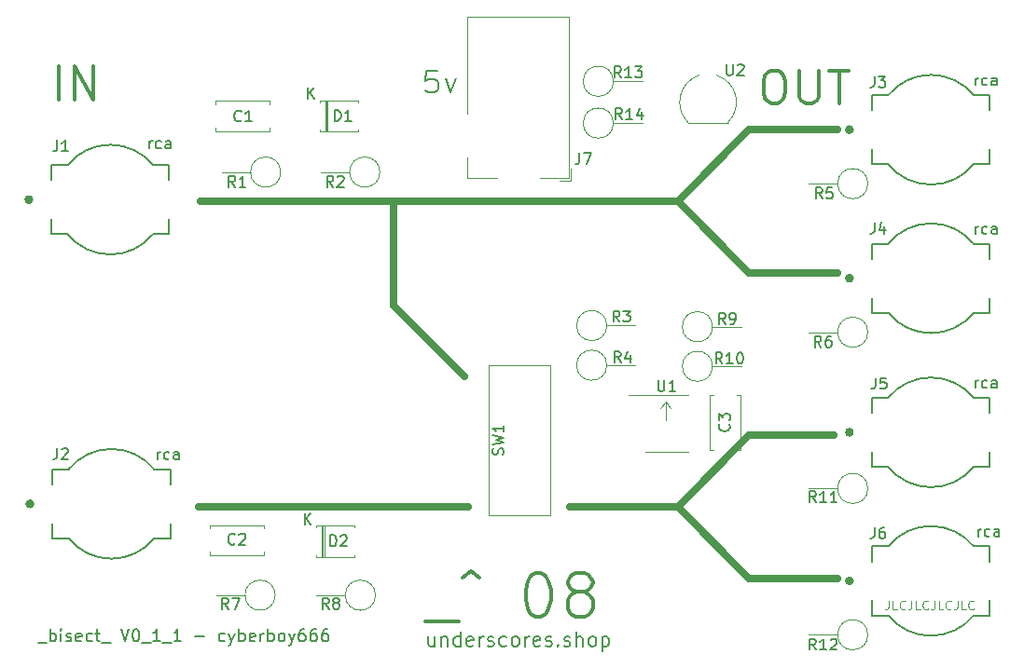
<source format=gbr>
%TF.GenerationSoftware,KiCad,Pcbnew,6.0.7*%
%TF.CreationDate,2023-10-05T16:11:41+13:00*%
%TF.ProjectId,_bisect_,5f626973-6563-4745-9f2e-6b696361645f,rev?*%
%TF.SameCoordinates,Original*%
%TF.FileFunction,Legend,Top*%
%TF.FilePolarity,Positive*%
%FSLAX46Y46*%
G04 Gerber Fmt 4.6, Leading zero omitted, Abs format (unit mm)*
G04 Created by KiCad (PCBNEW 6.0.7) date 2023-10-05 16:11:41*
%MOMM*%
%LPD*%
G01*
G04 APERTURE LIST*
%ADD10C,0.120000*%
%ADD11C,0.700000*%
%ADD12C,0.350000*%
%ADD13C,0.200000*%
%ADD14C,0.150000*%
%ADD15C,0.110000*%
%ADD16C,0.127000*%
%ADD17C,0.400000*%
G04 APERTURE END LIST*
D10*
X158400000Y-81700000D02*
X158900000Y-82300000D01*
X158400000Y-81700000D02*
X157900000Y-82300000D01*
X158400000Y-83400000D02*
X158400000Y-81700000D01*
D11*
X173700000Y-84750000D02*
X166000000Y-84750000D01*
X174000000Y-97750000D02*
X166000000Y-97750000D01*
X159500000Y-91250000D02*
X149750000Y-91250000D01*
X159600000Y-91350000D02*
X166000000Y-97750000D01*
X159600000Y-91150000D02*
X166000000Y-84750000D01*
X174000000Y-70000000D02*
X166000000Y-70000000D01*
X159600000Y-63400000D02*
X166000000Y-57000000D01*
X159600000Y-63600000D02*
X166000000Y-70000000D01*
X159500000Y-63500000D02*
X116200000Y-63500000D01*
X140500000Y-91250000D02*
X116000000Y-91250000D01*
X133750000Y-73000000D02*
X140150000Y-79400000D01*
X133750000Y-63500000D02*
X133750000Y-73000000D01*
X174000000Y-57000000D02*
X166000000Y-57000000D01*
D12*
X136572500Y-101665476D02*
X139620119Y-101665476D01*
X140001071Y-97665476D02*
X140762976Y-97094047D01*
X141524880Y-97665476D01*
X146667738Y-97284523D02*
X147048690Y-97284523D01*
X147429642Y-97475000D01*
X147620119Y-97665476D01*
X147810595Y-98046428D01*
X148001071Y-98808333D01*
X148001071Y-99760714D01*
X147810595Y-100522619D01*
X147620119Y-100903571D01*
X147429642Y-101094047D01*
X147048690Y-101284523D01*
X146667738Y-101284523D01*
X146286785Y-101094047D01*
X146096309Y-100903571D01*
X145905833Y-100522619D01*
X145715357Y-99760714D01*
X145715357Y-98808333D01*
X145905833Y-98046428D01*
X146096309Y-97665476D01*
X146286785Y-97475000D01*
X146667738Y-97284523D01*
X150286785Y-98998809D02*
X149905833Y-98808333D01*
X149715357Y-98617857D01*
X149524880Y-98236904D01*
X149524880Y-98046428D01*
X149715357Y-97665476D01*
X149905833Y-97475000D01*
X150286785Y-97284523D01*
X151048690Y-97284523D01*
X151429642Y-97475000D01*
X151620119Y-97665476D01*
X151810595Y-98046428D01*
X151810595Y-98236904D01*
X151620119Y-98617857D01*
X151429642Y-98808333D01*
X151048690Y-98998809D01*
X150286785Y-98998809D01*
X149905833Y-99189285D01*
X149715357Y-99379761D01*
X149524880Y-99760714D01*
X149524880Y-100522619D01*
X149715357Y-100903571D01*
X149905833Y-101094047D01*
X150286785Y-101284523D01*
X151048690Y-101284523D01*
X151429642Y-101094047D01*
X151620119Y-100903571D01*
X151810595Y-100522619D01*
X151810595Y-99760714D01*
X151620119Y-99379761D01*
X151429642Y-99189285D01*
X151048690Y-98998809D01*
X168000000Y-51607142D02*
X168571428Y-51607142D01*
X168857142Y-51750000D01*
X169142857Y-52035714D01*
X169285714Y-52607142D01*
X169285714Y-53607142D01*
X169142857Y-54178571D01*
X168857142Y-54464285D01*
X168571428Y-54607142D01*
X168000000Y-54607142D01*
X167714285Y-54464285D01*
X167428571Y-54178571D01*
X167285714Y-53607142D01*
X167285714Y-52607142D01*
X167428571Y-52035714D01*
X167714285Y-51750000D01*
X168000000Y-51607142D01*
X170571428Y-51607142D02*
X170571428Y-54035714D01*
X170714285Y-54321428D01*
X170857142Y-54464285D01*
X171142857Y-54607142D01*
X171714285Y-54607142D01*
X172000000Y-54464285D01*
X172142857Y-54321428D01*
X172285714Y-54035714D01*
X172285714Y-51607142D01*
X173285714Y-51607142D02*
X175000000Y-51607142D01*
X174142857Y-54607142D02*
X174142857Y-51607142D01*
D13*
X137664285Y-51629761D02*
X136711904Y-51629761D01*
X136616666Y-52582142D01*
X136711904Y-52486904D01*
X136902380Y-52391666D01*
X137378571Y-52391666D01*
X137569047Y-52486904D01*
X137664285Y-52582142D01*
X137759523Y-52772619D01*
X137759523Y-53248809D01*
X137664285Y-53439285D01*
X137569047Y-53534523D01*
X137378571Y-53629761D01*
X136902380Y-53629761D01*
X136711904Y-53534523D01*
X136616666Y-53439285D01*
X138426190Y-52296428D02*
X138902380Y-53629761D01*
X139378571Y-52296428D01*
D12*
X103328571Y-54257142D02*
X103328571Y-51257142D01*
X104757142Y-54257142D02*
X104757142Y-51257142D01*
X106471428Y-54257142D01*
X106471428Y-51257142D01*
D14*
X101420238Y-103602380D02*
X102258333Y-103602380D01*
X102520238Y-103497619D02*
X102520238Y-102397619D01*
X102520238Y-102816666D02*
X102625000Y-102764285D01*
X102834523Y-102764285D01*
X102939285Y-102816666D01*
X102991666Y-102869047D01*
X103044047Y-102973809D01*
X103044047Y-103288095D01*
X102991666Y-103392857D01*
X102939285Y-103445238D01*
X102834523Y-103497619D01*
X102625000Y-103497619D01*
X102520238Y-103445238D01*
X103515476Y-103497619D02*
X103515476Y-102764285D01*
X103515476Y-102397619D02*
X103463095Y-102450000D01*
X103515476Y-102502380D01*
X103567857Y-102450000D01*
X103515476Y-102397619D01*
X103515476Y-102502380D01*
X103986904Y-103445238D02*
X104091666Y-103497619D01*
X104301190Y-103497619D01*
X104405952Y-103445238D01*
X104458333Y-103340476D01*
X104458333Y-103288095D01*
X104405952Y-103183333D01*
X104301190Y-103130952D01*
X104144047Y-103130952D01*
X104039285Y-103078571D01*
X103986904Y-102973809D01*
X103986904Y-102921428D01*
X104039285Y-102816666D01*
X104144047Y-102764285D01*
X104301190Y-102764285D01*
X104405952Y-102816666D01*
X105348809Y-103445238D02*
X105244047Y-103497619D01*
X105034523Y-103497619D01*
X104929761Y-103445238D01*
X104877380Y-103340476D01*
X104877380Y-102921428D01*
X104929761Y-102816666D01*
X105034523Y-102764285D01*
X105244047Y-102764285D01*
X105348809Y-102816666D01*
X105401190Y-102921428D01*
X105401190Y-103026190D01*
X104877380Y-103130952D01*
X106344047Y-103445238D02*
X106239285Y-103497619D01*
X106029761Y-103497619D01*
X105925000Y-103445238D01*
X105872619Y-103392857D01*
X105820238Y-103288095D01*
X105820238Y-102973809D01*
X105872619Y-102869047D01*
X105925000Y-102816666D01*
X106029761Y-102764285D01*
X106239285Y-102764285D01*
X106344047Y-102816666D01*
X106658333Y-102764285D02*
X107077380Y-102764285D01*
X106815476Y-102397619D02*
X106815476Y-103340476D01*
X106867857Y-103445238D01*
X106972619Y-103497619D01*
X107077380Y-103497619D01*
X107182142Y-103602380D02*
X108020238Y-103602380D01*
X108963095Y-102397619D02*
X109329761Y-103497619D01*
X109696428Y-102397619D01*
X110272619Y-102397619D02*
X110377380Y-102397619D01*
X110482142Y-102450000D01*
X110534523Y-102502380D01*
X110586904Y-102607142D01*
X110639285Y-102816666D01*
X110639285Y-103078571D01*
X110586904Y-103288095D01*
X110534523Y-103392857D01*
X110482142Y-103445238D01*
X110377380Y-103497619D01*
X110272619Y-103497619D01*
X110167857Y-103445238D01*
X110115476Y-103392857D01*
X110063095Y-103288095D01*
X110010714Y-103078571D01*
X110010714Y-102816666D01*
X110063095Y-102607142D01*
X110115476Y-102502380D01*
X110167857Y-102450000D01*
X110272619Y-102397619D01*
X110848809Y-103602380D02*
X111686904Y-103602380D01*
X112525000Y-103497619D02*
X111896428Y-103497619D01*
X112210714Y-103497619D02*
X112210714Y-102397619D01*
X112105952Y-102554761D01*
X112001190Y-102659523D01*
X111896428Y-102711904D01*
X112734523Y-103602380D02*
X113572619Y-103602380D01*
X114410714Y-103497619D02*
X113782142Y-103497619D01*
X114096428Y-103497619D02*
X114096428Y-102397619D01*
X113991666Y-102554761D01*
X113886904Y-102659523D01*
X113782142Y-102711904D01*
X115720238Y-103078571D02*
X116558333Y-103078571D01*
X118391666Y-103445238D02*
X118286904Y-103497619D01*
X118077380Y-103497619D01*
X117972619Y-103445238D01*
X117920238Y-103392857D01*
X117867857Y-103288095D01*
X117867857Y-102973809D01*
X117920238Y-102869047D01*
X117972619Y-102816666D01*
X118077380Y-102764285D01*
X118286904Y-102764285D01*
X118391666Y-102816666D01*
X118758333Y-102764285D02*
X119020238Y-103497619D01*
X119282142Y-102764285D02*
X119020238Y-103497619D01*
X118915476Y-103759523D01*
X118863095Y-103811904D01*
X118758333Y-103864285D01*
X119701190Y-103497619D02*
X119701190Y-102397619D01*
X119701190Y-102816666D02*
X119805952Y-102764285D01*
X120015476Y-102764285D01*
X120120238Y-102816666D01*
X120172619Y-102869047D01*
X120225000Y-102973809D01*
X120225000Y-103288095D01*
X120172619Y-103392857D01*
X120120238Y-103445238D01*
X120015476Y-103497619D01*
X119805952Y-103497619D01*
X119701190Y-103445238D01*
X121115476Y-103445238D02*
X121010714Y-103497619D01*
X120801190Y-103497619D01*
X120696428Y-103445238D01*
X120644047Y-103340476D01*
X120644047Y-102921428D01*
X120696428Y-102816666D01*
X120801190Y-102764285D01*
X121010714Y-102764285D01*
X121115476Y-102816666D01*
X121167857Y-102921428D01*
X121167857Y-103026190D01*
X120644047Y-103130952D01*
X121639285Y-103497619D02*
X121639285Y-102764285D01*
X121639285Y-102973809D02*
X121691666Y-102869047D01*
X121744047Y-102816666D01*
X121848809Y-102764285D01*
X121953571Y-102764285D01*
X122320238Y-103497619D02*
X122320238Y-102397619D01*
X122320238Y-102816666D02*
X122425000Y-102764285D01*
X122634523Y-102764285D01*
X122739285Y-102816666D01*
X122791666Y-102869047D01*
X122844047Y-102973809D01*
X122844047Y-103288095D01*
X122791666Y-103392857D01*
X122739285Y-103445238D01*
X122634523Y-103497619D01*
X122425000Y-103497619D01*
X122320238Y-103445238D01*
X123472619Y-103497619D02*
X123367857Y-103445238D01*
X123315476Y-103392857D01*
X123263095Y-103288095D01*
X123263095Y-102973809D01*
X123315476Y-102869047D01*
X123367857Y-102816666D01*
X123472619Y-102764285D01*
X123629761Y-102764285D01*
X123734523Y-102816666D01*
X123786904Y-102869047D01*
X123839285Y-102973809D01*
X123839285Y-103288095D01*
X123786904Y-103392857D01*
X123734523Y-103445238D01*
X123629761Y-103497619D01*
X123472619Y-103497619D01*
X124205952Y-102764285D02*
X124467857Y-103497619D01*
X124729761Y-102764285D02*
X124467857Y-103497619D01*
X124363095Y-103759523D01*
X124310714Y-103811904D01*
X124205952Y-103864285D01*
X125620238Y-102397619D02*
X125410714Y-102397619D01*
X125305952Y-102450000D01*
X125253571Y-102502380D01*
X125148809Y-102659523D01*
X125096428Y-102869047D01*
X125096428Y-103288095D01*
X125148809Y-103392857D01*
X125201190Y-103445238D01*
X125305952Y-103497619D01*
X125515476Y-103497619D01*
X125620238Y-103445238D01*
X125672619Y-103392857D01*
X125725000Y-103288095D01*
X125725000Y-103026190D01*
X125672619Y-102921428D01*
X125620238Y-102869047D01*
X125515476Y-102816666D01*
X125305952Y-102816666D01*
X125201190Y-102869047D01*
X125148809Y-102921428D01*
X125096428Y-103026190D01*
X126667857Y-102397619D02*
X126458333Y-102397619D01*
X126353571Y-102450000D01*
X126301190Y-102502380D01*
X126196428Y-102659523D01*
X126144047Y-102869047D01*
X126144047Y-103288095D01*
X126196428Y-103392857D01*
X126248809Y-103445238D01*
X126353571Y-103497619D01*
X126563095Y-103497619D01*
X126667857Y-103445238D01*
X126720238Y-103392857D01*
X126772619Y-103288095D01*
X126772619Y-103026190D01*
X126720238Y-102921428D01*
X126667857Y-102869047D01*
X126563095Y-102816666D01*
X126353571Y-102816666D01*
X126248809Y-102869047D01*
X126196428Y-102921428D01*
X126144047Y-103026190D01*
X127715476Y-102397619D02*
X127505952Y-102397619D01*
X127401190Y-102450000D01*
X127348809Y-102502380D01*
X127244047Y-102659523D01*
X127191666Y-102869047D01*
X127191666Y-103288095D01*
X127244047Y-103392857D01*
X127296428Y-103445238D01*
X127401190Y-103497619D01*
X127610714Y-103497619D01*
X127715476Y-103445238D01*
X127767857Y-103392857D01*
X127820238Y-103288095D01*
X127820238Y-103026190D01*
X127767857Y-102921428D01*
X127715476Y-102869047D01*
X127610714Y-102816666D01*
X127401190Y-102816666D01*
X127296428Y-102869047D01*
X127244047Y-102921428D01*
X127191666Y-103026190D01*
D13*
X137435714Y-103071428D02*
X137435714Y-103938095D01*
X136878571Y-103071428D02*
X136878571Y-103752380D01*
X136940476Y-103876190D01*
X137064285Y-103938095D01*
X137250000Y-103938095D01*
X137373809Y-103876190D01*
X137435714Y-103814285D01*
X138054761Y-103071428D02*
X138054761Y-103938095D01*
X138054761Y-103195238D02*
X138116666Y-103133333D01*
X138240476Y-103071428D01*
X138426190Y-103071428D01*
X138550000Y-103133333D01*
X138611904Y-103257142D01*
X138611904Y-103938095D01*
X139788095Y-103938095D02*
X139788095Y-102638095D01*
X139788095Y-103876190D02*
X139664285Y-103938095D01*
X139416666Y-103938095D01*
X139292857Y-103876190D01*
X139230952Y-103814285D01*
X139169047Y-103690476D01*
X139169047Y-103319047D01*
X139230952Y-103195238D01*
X139292857Y-103133333D01*
X139416666Y-103071428D01*
X139664285Y-103071428D01*
X139788095Y-103133333D01*
X140902380Y-103876190D02*
X140778571Y-103938095D01*
X140530952Y-103938095D01*
X140407142Y-103876190D01*
X140345238Y-103752380D01*
X140345238Y-103257142D01*
X140407142Y-103133333D01*
X140530952Y-103071428D01*
X140778571Y-103071428D01*
X140902380Y-103133333D01*
X140964285Y-103257142D01*
X140964285Y-103380952D01*
X140345238Y-103504761D01*
X141521428Y-103938095D02*
X141521428Y-103071428D01*
X141521428Y-103319047D02*
X141583333Y-103195238D01*
X141645238Y-103133333D01*
X141769047Y-103071428D01*
X141892857Y-103071428D01*
X142264285Y-103876190D02*
X142388095Y-103938095D01*
X142635714Y-103938095D01*
X142759523Y-103876190D01*
X142821428Y-103752380D01*
X142821428Y-103690476D01*
X142759523Y-103566666D01*
X142635714Y-103504761D01*
X142450000Y-103504761D01*
X142326190Y-103442857D01*
X142264285Y-103319047D01*
X142264285Y-103257142D01*
X142326190Y-103133333D01*
X142450000Y-103071428D01*
X142635714Y-103071428D01*
X142759523Y-103133333D01*
X143935714Y-103876190D02*
X143811904Y-103938095D01*
X143564285Y-103938095D01*
X143440476Y-103876190D01*
X143378571Y-103814285D01*
X143316666Y-103690476D01*
X143316666Y-103319047D01*
X143378571Y-103195238D01*
X143440476Y-103133333D01*
X143564285Y-103071428D01*
X143811904Y-103071428D01*
X143935714Y-103133333D01*
X144678571Y-103938095D02*
X144554761Y-103876190D01*
X144492857Y-103814285D01*
X144430952Y-103690476D01*
X144430952Y-103319047D01*
X144492857Y-103195238D01*
X144554761Y-103133333D01*
X144678571Y-103071428D01*
X144864285Y-103071428D01*
X144988095Y-103133333D01*
X145050000Y-103195238D01*
X145111904Y-103319047D01*
X145111904Y-103690476D01*
X145050000Y-103814285D01*
X144988095Y-103876190D01*
X144864285Y-103938095D01*
X144678571Y-103938095D01*
X145669047Y-103938095D02*
X145669047Y-103071428D01*
X145669047Y-103319047D02*
X145730952Y-103195238D01*
X145792857Y-103133333D01*
X145916666Y-103071428D01*
X146040476Y-103071428D01*
X146969047Y-103876190D02*
X146845238Y-103938095D01*
X146597619Y-103938095D01*
X146473809Y-103876190D01*
X146411904Y-103752380D01*
X146411904Y-103257142D01*
X146473809Y-103133333D01*
X146597619Y-103071428D01*
X146845238Y-103071428D01*
X146969047Y-103133333D01*
X147030952Y-103257142D01*
X147030952Y-103380952D01*
X146411904Y-103504761D01*
X147526190Y-103876190D02*
X147650000Y-103938095D01*
X147897619Y-103938095D01*
X148021428Y-103876190D01*
X148083333Y-103752380D01*
X148083333Y-103690476D01*
X148021428Y-103566666D01*
X147897619Y-103504761D01*
X147711904Y-103504761D01*
X147588095Y-103442857D01*
X147526190Y-103319047D01*
X147526190Y-103257142D01*
X147588095Y-103133333D01*
X147711904Y-103071428D01*
X147897619Y-103071428D01*
X148021428Y-103133333D01*
X148640476Y-103814285D02*
X148702380Y-103876190D01*
X148640476Y-103938095D01*
X148578571Y-103876190D01*
X148640476Y-103814285D01*
X148640476Y-103938095D01*
X149197619Y-103876190D02*
X149321428Y-103938095D01*
X149569047Y-103938095D01*
X149692857Y-103876190D01*
X149754761Y-103752380D01*
X149754761Y-103690476D01*
X149692857Y-103566666D01*
X149569047Y-103504761D01*
X149383333Y-103504761D01*
X149259523Y-103442857D01*
X149197619Y-103319047D01*
X149197619Y-103257142D01*
X149259523Y-103133333D01*
X149383333Y-103071428D01*
X149569047Y-103071428D01*
X149692857Y-103133333D01*
X150311904Y-103938095D02*
X150311904Y-102638095D01*
X150869047Y-103938095D02*
X150869047Y-103257142D01*
X150807142Y-103133333D01*
X150683333Y-103071428D01*
X150497619Y-103071428D01*
X150373809Y-103133333D01*
X150311904Y-103195238D01*
X151673809Y-103938095D02*
X151550000Y-103876190D01*
X151488095Y-103814285D01*
X151426190Y-103690476D01*
X151426190Y-103319047D01*
X151488095Y-103195238D01*
X151550000Y-103133333D01*
X151673809Y-103071428D01*
X151859523Y-103071428D01*
X151983333Y-103133333D01*
X152045238Y-103195238D01*
X152107142Y-103319047D01*
X152107142Y-103690476D01*
X152045238Y-103814285D01*
X151983333Y-103876190D01*
X151859523Y-103938095D01*
X151673809Y-103938095D01*
X152664285Y-103071428D02*
X152664285Y-104371428D01*
X152664285Y-103133333D02*
X152788095Y-103071428D01*
X153035714Y-103071428D01*
X153159523Y-103133333D01*
X153221428Y-103195238D01*
X153283333Y-103319047D01*
X153283333Y-103690476D01*
X153221428Y-103814285D01*
X153159523Y-103876190D01*
X153035714Y-103938095D01*
X152788095Y-103938095D01*
X152664285Y-103876190D01*
D15*
X178658571Y-99781428D02*
X178658571Y-100360000D01*
X178620000Y-100475714D01*
X178542857Y-100552857D01*
X178427142Y-100591428D01*
X178350000Y-100591428D01*
X179430000Y-100591428D02*
X179044285Y-100591428D01*
X179044285Y-99781428D01*
X180162857Y-100514285D02*
X180124285Y-100552857D01*
X180008571Y-100591428D01*
X179931428Y-100591428D01*
X179815714Y-100552857D01*
X179738571Y-100475714D01*
X179700000Y-100398571D01*
X179661428Y-100244285D01*
X179661428Y-100128571D01*
X179700000Y-99974285D01*
X179738571Y-99897142D01*
X179815714Y-99820000D01*
X179931428Y-99781428D01*
X180008571Y-99781428D01*
X180124285Y-99820000D01*
X180162857Y-99858571D01*
X180741428Y-99781428D02*
X180741428Y-100360000D01*
X180702857Y-100475714D01*
X180625714Y-100552857D01*
X180510000Y-100591428D01*
X180432857Y-100591428D01*
X181512857Y-100591428D02*
X181127142Y-100591428D01*
X181127142Y-99781428D01*
X182245714Y-100514285D02*
X182207142Y-100552857D01*
X182091428Y-100591428D01*
X182014285Y-100591428D01*
X181898571Y-100552857D01*
X181821428Y-100475714D01*
X181782857Y-100398571D01*
X181744285Y-100244285D01*
X181744285Y-100128571D01*
X181782857Y-99974285D01*
X181821428Y-99897142D01*
X181898571Y-99820000D01*
X182014285Y-99781428D01*
X182091428Y-99781428D01*
X182207142Y-99820000D01*
X182245714Y-99858571D01*
X182824285Y-99781428D02*
X182824285Y-100360000D01*
X182785714Y-100475714D01*
X182708571Y-100552857D01*
X182592857Y-100591428D01*
X182515714Y-100591428D01*
X183595714Y-100591428D02*
X183210000Y-100591428D01*
X183210000Y-99781428D01*
X184328571Y-100514285D02*
X184290000Y-100552857D01*
X184174285Y-100591428D01*
X184097142Y-100591428D01*
X183981428Y-100552857D01*
X183904285Y-100475714D01*
X183865714Y-100398571D01*
X183827142Y-100244285D01*
X183827142Y-100128571D01*
X183865714Y-99974285D01*
X183904285Y-99897142D01*
X183981428Y-99820000D01*
X184097142Y-99781428D01*
X184174285Y-99781428D01*
X184290000Y-99820000D01*
X184328571Y-99858571D01*
X184907142Y-99781428D02*
X184907142Y-100360000D01*
X184868571Y-100475714D01*
X184791428Y-100552857D01*
X184675714Y-100591428D01*
X184598571Y-100591428D01*
X185678571Y-100591428D02*
X185292857Y-100591428D01*
X185292857Y-99781428D01*
X186411428Y-100514285D02*
X186372857Y-100552857D01*
X186257142Y-100591428D01*
X186180000Y-100591428D01*
X186064285Y-100552857D01*
X185987142Y-100475714D01*
X185948571Y-100398571D01*
X185910000Y-100244285D01*
X185910000Y-100128571D01*
X185948571Y-99974285D01*
X185987142Y-99897142D01*
X186064285Y-99820000D01*
X186180000Y-99781428D01*
X186257142Y-99781428D01*
X186372857Y-99820000D01*
X186411428Y-99858571D01*
D14*
%TO.C,C1*%
X119883333Y-56157142D02*
X119835714Y-56204761D01*
X119692857Y-56252380D01*
X119597619Y-56252380D01*
X119454761Y-56204761D01*
X119359523Y-56109523D01*
X119311904Y-56014285D01*
X119264285Y-55823809D01*
X119264285Y-55680952D01*
X119311904Y-55490476D01*
X119359523Y-55395238D01*
X119454761Y-55300000D01*
X119597619Y-55252380D01*
X119692857Y-55252380D01*
X119835714Y-55300000D01*
X119883333Y-55347619D01*
X120835714Y-56252380D02*
X120264285Y-56252380D01*
X120550000Y-56252380D02*
X120550000Y-55252380D01*
X120454761Y-55395238D01*
X120359523Y-55490476D01*
X120264285Y-55538095D01*
%TO.C,C2*%
X119308333Y-94607142D02*
X119260714Y-94654761D01*
X119117857Y-94702380D01*
X119022619Y-94702380D01*
X118879761Y-94654761D01*
X118784523Y-94559523D01*
X118736904Y-94464285D01*
X118689285Y-94273809D01*
X118689285Y-94130952D01*
X118736904Y-93940476D01*
X118784523Y-93845238D01*
X118879761Y-93750000D01*
X119022619Y-93702380D01*
X119117857Y-93702380D01*
X119260714Y-93750000D01*
X119308333Y-93797619D01*
X119689285Y-93797619D02*
X119736904Y-93750000D01*
X119832142Y-93702380D01*
X120070238Y-93702380D01*
X120165476Y-93750000D01*
X120213095Y-93797619D01*
X120260714Y-93892857D01*
X120260714Y-93988095D01*
X120213095Y-94130952D01*
X119641666Y-94702380D01*
X120260714Y-94702380D01*
%TO.C,D1*%
X128361904Y-56202380D02*
X128361904Y-55202380D01*
X128600000Y-55202380D01*
X128742857Y-55250000D01*
X128838095Y-55345238D01*
X128885714Y-55440476D01*
X128933333Y-55630952D01*
X128933333Y-55773809D01*
X128885714Y-55964285D01*
X128838095Y-56059523D01*
X128742857Y-56154761D01*
X128600000Y-56202380D01*
X128361904Y-56202380D01*
X129885714Y-56202380D02*
X129314285Y-56202380D01*
X129600000Y-56202380D02*
X129600000Y-55202380D01*
X129504761Y-55345238D01*
X129409523Y-55440476D01*
X129314285Y-55488095D01*
X125938095Y-54202380D02*
X125938095Y-53202380D01*
X126509523Y-54202380D02*
X126080952Y-53630952D01*
X126509523Y-53202380D02*
X125938095Y-53773809D01*
%TO.C,D2*%
X127961904Y-94852380D02*
X127961904Y-93852380D01*
X128200000Y-93852380D01*
X128342857Y-93900000D01*
X128438095Y-93995238D01*
X128485714Y-94090476D01*
X128533333Y-94280952D01*
X128533333Y-94423809D01*
X128485714Y-94614285D01*
X128438095Y-94709523D01*
X128342857Y-94804761D01*
X128200000Y-94852380D01*
X127961904Y-94852380D01*
X128914285Y-93947619D02*
X128961904Y-93900000D01*
X129057142Y-93852380D01*
X129295238Y-93852380D01*
X129390476Y-93900000D01*
X129438095Y-93947619D01*
X129485714Y-94042857D01*
X129485714Y-94138095D01*
X129438095Y-94280952D01*
X128866666Y-94852380D01*
X129485714Y-94852380D01*
X125638095Y-92852380D02*
X125638095Y-91852380D01*
X126209523Y-92852380D02*
X125780952Y-92280952D01*
X126209523Y-91852380D02*
X125638095Y-92423809D01*
%TO.C,J2*%
X103166190Y-85951597D02*
X103166190Y-86666905D01*
X103118502Y-86809966D01*
X103023128Y-86905340D01*
X102880067Y-86953027D01*
X102784692Y-86953027D01*
X103595374Y-86046972D02*
X103643061Y-85999285D01*
X103738435Y-85951597D01*
X103976871Y-85951597D01*
X104072245Y-85999285D01*
X104119932Y-86046972D01*
X104167620Y-86142346D01*
X104167620Y-86237720D01*
X104119932Y-86380782D01*
X103547687Y-86953027D01*
X104167620Y-86953027D01*
X112296628Y-86952851D02*
X112296628Y-86285491D01*
X112296628Y-86476165D02*
X112344297Y-86380828D01*
X112391965Y-86333160D01*
X112487302Y-86285491D01*
X112582640Y-86285491D01*
X113345337Y-86905182D02*
X113250000Y-86952851D01*
X113059325Y-86952851D01*
X112963988Y-86905182D01*
X112916320Y-86857514D01*
X112868651Y-86762177D01*
X112868651Y-86476165D01*
X112916320Y-86380828D01*
X112963988Y-86333160D01*
X113059325Y-86285491D01*
X113250000Y-86285491D01*
X113345337Y-86333160D01*
X114203371Y-86952851D02*
X114203371Y-86428497D01*
X114155702Y-86333160D01*
X114060365Y-86285491D01*
X113869691Y-86285491D01*
X113774354Y-86333160D01*
X114203371Y-86905182D02*
X114108034Y-86952851D01*
X113869691Y-86952851D01*
X113774354Y-86905182D01*
X113726685Y-86809845D01*
X113726685Y-86714508D01*
X113774354Y-86619171D01*
X113869691Y-86571502D01*
X114108034Y-86571502D01*
X114203371Y-86523834D01*
%TO.C,J3*%
X177366190Y-52151597D02*
X177366190Y-52866905D01*
X177318502Y-53009966D01*
X177223128Y-53105340D01*
X177080067Y-53153027D01*
X176984692Y-53153027D01*
X177747687Y-52151597D02*
X178367620Y-52151597D01*
X178033810Y-52533095D01*
X178176871Y-52533095D01*
X178272245Y-52580782D01*
X178319932Y-52628469D01*
X178367620Y-52723843D01*
X178367620Y-52962279D01*
X178319932Y-53057653D01*
X178272245Y-53105340D01*
X178176871Y-53153027D01*
X177890748Y-53153027D01*
X177795374Y-53105340D01*
X177747687Y-53057653D01*
X186546628Y-52952851D02*
X186546628Y-52285491D01*
X186546628Y-52476165D02*
X186594297Y-52380828D01*
X186641965Y-52333160D01*
X186737302Y-52285491D01*
X186832640Y-52285491D01*
X187595337Y-52905182D02*
X187500000Y-52952851D01*
X187309325Y-52952851D01*
X187213988Y-52905182D01*
X187166320Y-52857514D01*
X187118651Y-52762177D01*
X187118651Y-52476165D01*
X187166320Y-52380828D01*
X187213988Y-52333160D01*
X187309325Y-52285491D01*
X187500000Y-52285491D01*
X187595337Y-52333160D01*
X188453371Y-52952851D02*
X188453371Y-52428497D01*
X188405702Y-52333160D01*
X188310365Y-52285491D01*
X188119691Y-52285491D01*
X188024354Y-52333160D01*
X188453371Y-52905182D02*
X188358034Y-52952851D01*
X188119691Y-52952851D01*
X188024354Y-52905182D01*
X187976685Y-52809845D01*
X187976685Y-52714508D01*
X188024354Y-52619171D01*
X188119691Y-52571502D01*
X188358034Y-52571502D01*
X188453371Y-52523834D01*
%TO.C,J4*%
X177366190Y-65451597D02*
X177366190Y-66166905D01*
X177318502Y-66309966D01*
X177223128Y-66405340D01*
X177080067Y-66453027D01*
X176984692Y-66453027D01*
X178272245Y-65785407D02*
X178272245Y-66453027D01*
X178033810Y-65403910D02*
X177795374Y-66119217D01*
X178415307Y-66119217D01*
X186546628Y-66452851D02*
X186546628Y-65785491D01*
X186546628Y-65976165D02*
X186594297Y-65880828D01*
X186641965Y-65833160D01*
X186737302Y-65785491D01*
X186832640Y-65785491D01*
X187595337Y-66405182D02*
X187500000Y-66452851D01*
X187309325Y-66452851D01*
X187213988Y-66405182D01*
X187166320Y-66357514D01*
X187118651Y-66262177D01*
X187118651Y-65976165D01*
X187166320Y-65880828D01*
X187213988Y-65833160D01*
X187309325Y-65785491D01*
X187500000Y-65785491D01*
X187595337Y-65833160D01*
X188453371Y-66452851D02*
X188453371Y-65928497D01*
X188405702Y-65833160D01*
X188310365Y-65785491D01*
X188119691Y-65785491D01*
X188024354Y-65833160D01*
X188453371Y-66405182D02*
X188358034Y-66452851D01*
X188119691Y-66452851D01*
X188024354Y-66405182D01*
X187976685Y-66309845D01*
X187976685Y-66214508D01*
X188024354Y-66119171D01*
X188119691Y-66071502D01*
X188358034Y-66071502D01*
X188453371Y-66023834D01*
%TO.C,J6*%
X177366190Y-93151597D02*
X177366190Y-93866905D01*
X177318502Y-94009966D01*
X177223128Y-94105340D01*
X177080067Y-94153027D01*
X176984692Y-94153027D01*
X178272245Y-93151597D02*
X178081497Y-93151597D01*
X177986122Y-93199285D01*
X177938435Y-93246972D01*
X177843061Y-93390033D01*
X177795374Y-93580782D01*
X177795374Y-93962279D01*
X177843061Y-94057653D01*
X177890748Y-94105340D01*
X177986122Y-94153027D01*
X178176871Y-94153027D01*
X178272245Y-94105340D01*
X178319932Y-94057653D01*
X178367620Y-93962279D01*
X178367620Y-93723843D01*
X178319932Y-93628469D01*
X178272245Y-93580782D01*
X178176871Y-93533095D01*
X177986122Y-93533095D01*
X177890748Y-93580782D01*
X177843061Y-93628469D01*
X177795374Y-93723843D01*
X186796628Y-93952851D02*
X186796628Y-93285491D01*
X186796628Y-93476165D02*
X186844297Y-93380828D01*
X186891965Y-93333160D01*
X186987302Y-93285491D01*
X187082640Y-93285491D01*
X187845337Y-93905182D02*
X187750000Y-93952851D01*
X187559325Y-93952851D01*
X187463988Y-93905182D01*
X187416320Y-93857514D01*
X187368651Y-93762177D01*
X187368651Y-93476165D01*
X187416320Y-93380828D01*
X187463988Y-93333160D01*
X187559325Y-93285491D01*
X187750000Y-93285491D01*
X187845337Y-93333160D01*
X188703371Y-93952851D02*
X188703371Y-93428497D01*
X188655702Y-93333160D01*
X188560365Y-93285491D01*
X188369691Y-93285491D01*
X188274354Y-93333160D01*
X188703371Y-93905182D02*
X188608034Y-93952851D01*
X188369691Y-93952851D01*
X188274354Y-93905182D01*
X188226685Y-93809845D01*
X188226685Y-93714508D01*
X188274354Y-93619171D01*
X188369691Y-93571502D01*
X188608034Y-93571502D01*
X188703371Y-93523834D01*
%TO.C,J7*%
X150591666Y-59127380D02*
X150591666Y-59841666D01*
X150544047Y-59984523D01*
X150448809Y-60079761D01*
X150305952Y-60127380D01*
X150210714Y-60127380D01*
X150972619Y-59127380D02*
X151639285Y-59127380D01*
X151210714Y-60127380D01*
%TO.C,R1*%
X119333333Y-62202380D02*
X119000000Y-61726190D01*
X118761904Y-62202380D02*
X118761904Y-61202380D01*
X119142857Y-61202380D01*
X119238095Y-61250000D01*
X119285714Y-61297619D01*
X119333333Y-61392857D01*
X119333333Y-61535714D01*
X119285714Y-61630952D01*
X119238095Y-61678571D01*
X119142857Y-61726190D01*
X118761904Y-61726190D01*
X120285714Y-62202380D02*
X119714285Y-62202380D01*
X120000000Y-62202380D02*
X120000000Y-61202380D01*
X119904761Y-61345238D01*
X119809523Y-61440476D01*
X119714285Y-61488095D01*
%TO.C,R2*%
X128233333Y-62202380D02*
X127900000Y-61726190D01*
X127661904Y-62202380D02*
X127661904Y-61202380D01*
X128042857Y-61202380D01*
X128138095Y-61250000D01*
X128185714Y-61297619D01*
X128233333Y-61392857D01*
X128233333Y-61535714D01*
X128185714Y-61630952D01*
X128138095Y-61678571D01*
X128042857Y-61726190D01*
X127661904Y-61726190D01*
X128614285Y-61297619D02*
X128661904Y-61250000D01*
X128757142Y-61202380D01*
X128995238Y-61202380D01*
X129090476Y-61250000D01*
X129138095Y-61297619D01*
X129185714Y-61392857D01*
X129185714Y-61488095D01*
X129138095Y-61630952D01*
X128566666Y-62202380D01*
X129185714Y-62202380D01*
%TO.C,R3*%
X154233333Y-74452380D02*
X153900000Y-73976190D01*
X153661904Y-74452380D02*
X153661904Y-73452380D01*
X154042857Y-73452380D01*
X154138095Y-73500000D01*
X154185714Y-73547619D01*
X154233333Y-73642857D01*
X154233333Y-73785714D01*
X154185714Y-73880952D01*
X154138095Y-73928571D01*
X154042857Y-73976190D01*
X153661904Y-73976190D01*
X154566666Y-73452380D02*
X155185714Y-73452380D01*
X154852380Y-73833333D01*
X154995238Y-73833333D01*
X155090476Y-73880952D01*
X155138095Y-73928571D01*
X155185714Y-74023809D01*
X155185714Y-74261904D01*
X155138095Y-74357142D01*
X155090476Y-74404761D01*
X154995238Y-74452380D01*
X154709523Y-74452380D01*
X154614285Y-74404761D01*
X154566666Y-74357142D01*
%TO.C,R4*%
X154333333Y-78152380D02*
X154000000Y-77676190D01*
X153761904Y-78152380D02*
X153761904Y-77152380D01*
X154142857Y-77152380D01*
X154238095Y-77200000D01*
X154285714Y-77247619D01*
X154333333Y-77342857D01*
X154333333Y-77485714D01*
X154285714Y-77580952D01*
X154238095Y-77628571D01*
X154142857Y-77676190D01*
X153761904Y-77676190D01*
X155190476Y-77485714D02*
X155190476Y-78152380D01*
X154952380Y-77104761D02*
X154714285Y-77819047D01*
X155333333Y-77819047D01*
%TO.C,R5*%
X172633333Y-63252380D02*
X172300000Y-62776190D01*
X172061904Y-63252380D02*
X172061904Y-62252380D01*
X172442857Y-62252380D01*
X172538095Y-62300000D01*
X172585714Y-62347619D01*
X172633333Y-62442857D01*
X172633333Y-62585714D01*
X172585714Y-62680952D01*
X172538095Y-62728571D01*
X172442857Y-62776190D01*
X172061904Y-62776190D01*
X173538095Y-62252380D02*
X173061904Y-62252380D01*
X173014285Y-62728571D01*
X173061904Y-62680952D01*
X173157142Y-62633333D01*
X173395238Y-62633333D01*
X173490476Y-62680952D01*
X173538095Y-62728571D01*
X173585714Y-62823809D01*
X173585714Y-63061904D01*
X173538095Y-63157142D01*
X173490476Y-63204761D01*
X173395238Y-63252380D01*
X173157142Y-63252380D01*
X173061904Y-63204761D01*
X173014285Y-63157142D01*
%TO.C,R6*%
X172533333Y-76752380D02*
X172200000Y-76276190D01*
X171961904Y-76752380D02*
X171961904Y-75752380D01*
X172342857Y-75752380D01*
X172438095Y-75800000D01*
X172485714Y-75847619D01*
X172533333Y-75942857D01*
X172533333Y-76085714D01*
X172485714Y-76180952D01*
X172438095Y-76228571D01*
X172342857Y-76276190D01*
X171961904Y-76276190D01*
X173390476Y-75752380D02*
X173200000Y-75752380D01*
X173104761Y-75800000D01*
X173057142Y-75847619D01*
X172961904Y-75990476D01*
X172914285Y-76180952D01*
X172914285Y-76561904D01*
X172961904Y-76657142D01*
X173009523Y-76704761D01*
X173104761Y-76752380D01*
X173295238Y-76752380D01*
X173390476Y-76704761D01*
X173438095Y-76657142D01*
X173485714Y-76561904D01*
X173485714Y-76323809D01*
X173438095Y-76228571D01*
X173390476Y-76180952D01*
X173295238Y-76133333D01*
X173104761Y-76133333D01*
X173009523Y-76180952D01*
X172961904Y-76228571D01*
X172914285Y-76323809D01*
%TO.C,R7*%
X118733333Y-100552380D02*
X118400000Y-100076190D01*
X118161904Y-100552380D02*
X118161904Y-99552380D01*
X118542857Y-99552380D01*
X118638095Y-99600000D01*
X118685714Y-99647619D01*
X118733333Y-99742857D01*
X118733333Y-99885714D01*
X118685714Y-99980952D01*
X118638095Y-100028571D01*
X118542857Y-100076190D01*
X118161904Y-100076190D01*
X119066666Y-99552380D02*
X119733333Y-99552380D01*
X119304761Y-100552380D01*
%TO.C,R8*%
X127833333Y-100552380D02*
X127500000Y-100076190D01*
X127261904Y-100552380D02*
X127261904Y-99552380D01*
X127642857Y-99552380D01*
X127738095Y-99600000D01*
X127785714Y-99647619D01*
X127833333Y-99742857D01*
X127833333Y-99885714D01*
X127785714Y-99980952D01*
X127738095Y-100028571D01*
X127642857Y-100076190D01*
X127261904Y-100076190D01*
X128404761Y-99980952D02*
X128309523Y-99933333D01*
X128261904Y-99885714D01*
X128214285Y-99790476D01*
X128214285Y-99742857D01*
X128261904Y-99647619D01*
X128309523Y-99600000D01*
X128404761Y-99552380D01*
X128595238Y-99552380D01*
X128690476Y-99600000D01*
X128738095Y-99647619D01*
X128785714Y-99742857D01*
X128785714Y-99790476D01*
X128738095Y-99885714D01*
X128690476Y-99933333D01*
X128595238Y-99980952D01*
X128404761Y-99980952D01*
X128309523Y-100028571D01*
X128261904Y-100076190D01*
X128214285Y-100171428D01*
X128214285Y-100361904D01*
X128261904Y-100457142D01*
X128309523Y-100504761D01*
X128404761Y-100552380D01*
X128595238Y-100552380D01*
X128690476Y-100504761D01*
X128738095Y-100457142D01*
X128785714Y-100361904D01*
X128785714Y-100171428D01*
X128738095Y-100076190D01*
X128690476Y-100028571D01*
X128595238Y-99980952D01*
%TO.C,R9*%
X163833333Y-74652380D02*
X163500000Y-74176190D01*
X163261904Y-74652380D02*
X163261904Y-73652380D01*
X163642857Y-73652380D01*
X163738095Y-73700000D01*
X163785714Y-73747619D01*
X163833333Y-73842857D01*
X163833333Y-73985714D01*
X163785714Y-74080952D01*
X163738095Y-74128571D01*
X163642857Y-74176190D01*
X163261904Y-74176190D01*
X164309523Y-74652380D02*
X164500000Y-74652380D01*
X164595238Y-74604761D01*
X164642857Y-74557142D01*
X164738095Y-74414285D01*
X164785714Y-74223809D01*
X164785714Y-73842857D01*
X164738095Y-73747619D01*
X164690476Y-73700000D01*
X164595238Y-73652380D01*
X164404761Y-73652380D01*
X164309523Y-73700000D01*
X164261904Y-73747619D01*
X164214285Y-73842857D01*
X164214285Y-74080952D01*
X164261904Y-74176190D01*
X164309523Y-74223809D01*
X164404761Y-74271428D01*
X164595238Y-74271428D01*
X164690476Y-74223809D01*
X164738095Y-74176190D01*
X164785714Y-74080952D01*
%TO.C,R10*%
X163557142Y-78252380D02*
X163223809Y-77776190D01*
X162985714Y-78252380D02*
X162985714Y-77252380D01*
X163366666Y-77252380D01*
X163461904Y-77300000D01*
X163509523Y-77347619D01*
X163557142Y-77442857D01*
X163557142Y-77585714D01*
X163509523Y-77680952D01*
X163461904Y-77728571D01*
X163366666Y-77776190D01*
X162985714Y-77776190D01*
X164509523Y-78252380D02*
X163938095Y-78252380D01*
X164223809Y-78252380D02*
X164223809Y-77252380D01*
X164128571Y-77395238D01*
X164033333Y-77490476D01*
X163938095Y-77538095D01*
X165128571Y-77252380D02*
X165223809Y-77252380D01*
X165319047Y-77300000D01*
X165366666Y-77347619D01*
X165414285Y-77442857D01*
X165461904Y-77633333D01*
X165461904Y-77871428D01*
X165414285Y-78061904D01*
X165366666Y-78157142D01*
X165319047Y-78204761D01*
X165223809Y-78252380D01*
X165128571Y-78252380D01*
X165033333Y-78204761D01*
X164985714Y-78157142D01*
X164938095Y-78061904D01*
X164890476Y-77871428D01*
X164890476Y-77633333D01*
X164938095Y-77442857D01*
X164985714Y-77347619D01*
X165033333Y-77300000D01*
X165128571Y-77252380D01*
%TO.C,R12*%
X172057142Y-104252380D02*
X171723809Y-103776190D01*
X171485714Y-104252380D02*
X171485714Y-103252380D01*
X171866666Y-103252380D01*
X171961904Y-103300000D01*
X172009523Y-103347619D01*
X172057142Y-103442857D01*
X172057142Y-103585714D01*
X172009523Y-103680952D01*
X171961904Y-103728571D01*
X171866666Y-103776190D01*
X171485714Y-103776190D01*
X173009523Y-104252380D02*
X172438095Y-104252380D01*
X172723809Y-104252380D02*
X172723809Y-103252380D01*
X172628571Y-103395238D01*
X172533333Y-103490476D01*
X172438095Y-103538095D01*
X173390476Y-103347619D02*
X173438095Y-103300000D01*
X173533333Y-103252380D01*
X173771428Y-103252380D01*
X173866666Y-103300000D01*
X173914285Y-103347619D01*
X173961904Y-103442857D01*
X173961904Y-103538095D01*
X173914285Y-103680952D01*
X173342857Y-104252380D01*
X173961904Y-104252380D01*
%TO.C,R13*%
X154357142Y-52252380D02*
X154023809Y-51776190D01*
X153785714Y-52252380D02*
X153785714Y-51252380D01*
X154166666Y-51252380D01*
X154261904Y-51300000D01*
X154309523Y-51347619D01*
X154357142Y-51442857D01*
X154357142Y-51585714D01*
X154309523Y-51680952D01*
X154261904Y-51728571D01*
X154166666Y-51776190D01*
X153785714Y-51776190D01*
X155309523Y-52252380D02*
X154738095Y-52252380D01*
X155023809Y-52252380D02*
X155023809Y-51252380D01*
X154928571Y-51395238D01*
X154833333Y-51490476D01*
X154738095Y-51538095D01*
X155642857Y-51252380D02*
X156261904Y-51252380D01*
X155928571Y-51633333D01*
X156071428Y-51633333D01*
X156166666Y-51680952D01*
X156214285Y-51728571D01*
X156261904Y-51823809D01*
X156261904Y-52061904D01*
X156214285Y-52157142D01*
X156166666Y-52204761D01*
X156071428Y-52252380D01*
X155785714Y-52252380D01*
X155690476Y-52204761D01*
X155642857Y-52157142D01*
%TO.C,R14*%
X154457142Y-56052380D02*
X154123809Y-55576190D01*
X153885714Y-56052380D02*
X153885714Y-55052380D01*
X154266666Y-55052380D01*
X154361904Y-55100000D01*
X154409523Y-55147619D01*
X154457142Y-55242857D01*
X154457142Y-55385714D01*
X154409523Y-55480952D01*
X154361904Y-55528571D01*
X154266666Y-55576190D01*
X153885714Y-55576190D01*
X155409523Y-56052380D02*
X154838095Y-56052380D01*
X155123809Y-56052380D02*
X155123809Y-55052380D01*
X155028571Y-55195238D01*
X154933333Y-55290476D01*
X154838095Y-55338095D01*
X156266666Y-55385714D02*
X156266666Y-56052380D01*
X156028571Y-55004761D02*
X155790476Y-55719047D01*
X156409523Y-55719047D01*
%TO.C,SW1*%
X143654761Y-86533333D02*
X143702380Y-86390476D01*
X143702380Y-86152380D01*
X143654761Y-86057142D01*
X143607142Y-86009523D01*
X143511904Y-85961904D01*
X143416666Y-85961904D01*
X143321428Y-86009523D01*
X143273809Y-86057142D01*
X143226190Y-86152380D01*
X143178571Y-86342857D01*
X143130952Y-86438095D01*
X143083333Y-86485714D01*
X142988095Y-86533333D01*
X142892857Y-86533333D01*
X142797619Y-86485714D01*
X142750000Y-86438095D01*
X142702380Y-86342857D01*
X142702380Y-86104761D01*
X142750000Y-85961904D01*
X142702380Y-85628571D02*
X143702380Y-85390476D01*
X142988095Y-85200000D01*
X143702380Y-85009523D01*
X142702380Y-84771428D01*
X143702380Y-83866666D02*
X143702380Y-84438095D01*
X143702380Y-84152380D02*
X142702380Y-84152380D01*
X142845238Y-84247619D01*
X142940476Y-84342857D01*
X142988095Y-84438095D01*
%TO.C,U1*%
X157738095Y-79752380D02*
X157738095Y-80561904D01*
X157785714Y-80657142D01*
X157833333Y-80704761D01*
X157928571Y-80752380D01*
X158119047Y-80752380D01*
X158214285Y-80704761D01*
X158261904Y-80657142D01*
X158309523Y-80561904D01*
X158309523Y-79752380D01*
X159309523Y-80752380D02*
X158738095Y-80752380D01*
X159023809Y-80752380D02*
X159023809Y-79752380D01*
X158928571Y-79895238D01*
X158833333Y-79990476D01*
X158738095Y-80038095D01*
%TO.C,U2*%
X163938095Y-51052380D02*
X163938095Y-51861904D01*
X163985714Y-51957142D01*
X164033333Y-52004761D01*
X164128571Y-52052380D01*
X164319047Y-52052380D01*
X164414285Y-52004761D01*
X164461904Y-51957142D01*
X164509523Y-51861904D01*
X164509523Y-51052380D01*
X164938095Y-51147619D02*
X164985714Y-51100000D01*
X165080952Y-51052380D01*
X165319047Y-51052380D01*
X165414285Y-51100000D01*
X165461904Y-51147619D01*
X165509523Y-51242857D01*
X165509523Y-51338095D01*
X165461904Y-51480952D01*
X164890476Y-52052380D01*
X165509523Y-52052380D01*
%TO.C,J5*%
X177466190Y-79551597D02*
X177466190Y-80266905D01*
X177418502Y-80409966D01*
X177323128Y-80505340D01*
X177180067Y-80553027D01*
X177084692Y-80553027D01*
X178419932Y-79551597D02*
X177943061Y-79551597D01*
X177895374Y-80028469D01*
X177943061Y-79980782D01*
X178038435Y-79933095D01*
X178276871Y-79933095D01*
X178372245Y-79980782D01*
X178419932Y-80028469D01*
X178467620Y-80123843D01*
X178467620Y-80362279D01*
X178419932Y-80457653D01*
X178372245Y-80505340D01*
X178276871Y-80553027D01*
X178038435Y-80553027D01*
X177943061Y-80505340D01*
X177895374Y-80457653D01*
X186546628Y-80452851D02*
X186546628Y-79785491D01*
X186546628Y-79976165D02*
X186594297Y-79880828D01*
X186641965Y-79833160D01*
X186737302Y-79785491D01*
X186832640Y-79785491D01*
X187595337Y-80405182D02*
X187500000Y-80452851D01*
X187309325Y-80452851D01*
X187213988Y-80405182D01*
X187166320Y-80357514D01*
X187118651Y-80262177D01*
X187118651Y-79976165D01*
X187166320Y-79880828D01*
X187213988Y-79833160D01*
X187309325Y-79785491D01*
X187500000Y-79785491D01*
X187595337Y-79833160D01*
X188453371Y-80452851D02*
X188453371Y-79928497D01*
X188405702Y-79833160D01*
X188310365Y-79785491D01*
X188119691Y-79785491D01*
X188024354Y-79833160D01*
X188453371Y-80405182D02*
X188358034Y-80452851D01*
X188119691Y-80452851D01*
X188024354Y-80405182D01*
X187976685Y-80309845D01*
X187976685Y-80214508D01*
X188024354Y-80119171D01*
X188119691Y-80071502D01*
X188358034Y-80071502D01*
X188453371Y-80023834D01*
%TO.C,R11*%
X172057142Y-90852380D02*
X171723809Y-90376190D01*
X171485714Y-90852380D02*
X171485714Y-89852380D01*
X171866666Y-89852380D01*
X171961904Y-89900000D01*
X172009523Y-89947619D01*
X172057142Y-90042857D01*
X172057142Y-90185714D01*
X172009523Y-90280952D01*
X171961904Y-90328571D01*
X171866666Y-90376190D01*
X171485714Y-90376190D01*
X173009523Y-90852380D02*
X172438095Y-90852380D01*
X172723809Y-90852380D02*
X172723809Y-89852380D01*
X172628571Y-89995238D01*
X172533333Y-90090476D01*
X172438095Y-90138095D01*
X173961904Y-90852380D02*
X173390476Y-90852380D01*
X173676190Y-90852380D02*
X173676190Y-89852380D01*
X173580952Y-89995238D01*
X173485714Y-90090476D01*
X173390476Y-90138095D01*
%TO.C,J1*%
X103166190Y-57951597D02*
X103166190Y-58666905D01*
X103118502Y-58809966D01*
X103023128Y-58905340D01*
X102880067Y-58953027D01*
X102784692Y-58953027D01*
X104167620Y-58953027D02*
X103595374Y-58953027D01*
X103881497Y-58953027D02*
X103881497Y-57951597D01*
X103786122Y-58094659D01*
X103690748Y-58190033D01*
X103595374Y-58237720D01*
X111546628Y-58702851D02*
X111546628Y-58035491D01*
X111546628Y-58226165D02*
X111594297Y-58130828D01*
X111641965Y-58083160D01*
X111737302Y-58035491D01*
X111832640Y-58035491D01*
X112595337Y-58655182D02*
X112500000Y-58702851D01*
X112309325Y-58702851D01*
X112213988Y-58655182D01*
X112166320Y-58607514D01*
X112118651Y-58512177D01*
X112118651Y-58226165D01*
X112166320Y-58130828D01*
X112213988Y-58083160D01*
X112309325Y-58035491D01*
X112500000Y-58035491D01*
X112595337Y-58083160D01*
X113453371Y-58702851D02*
X113453371Y-58178497D01*
X113405702Y-58083160D01*
X113310365Y-58035491D01*
X113119691Y-58035491D01*
X113024354Y-58083160D01*
X113453371Y-58655182D02*
X113358034Y-58702851D01*
X113119691Y-58702851D01*
X113024354Y-58655182D01*
X112976685Y-58559845D01*
X112976685Y-58464508D01*
X113024354Y-58369171D01*
X113119691Y-58321502D01*
X113358034Y-58321502D01*
X113453371Y-58273834D01*
%TO.C,C3*%
X164157142Y-83766666D02*
X164204761Y-83814285D01*
X164252380Y-83957142D01*
X164252380Y-84052380D01*
X164204761Y-84195238D01*
X164109523Y-84290476D01*
X164014285Y-84338095D01*
X163823809Y-84385714D01*
X163680952Y-84385714D01*
X163490476Y-84338095D01*
X163395238Y-84290476D01*
X163300000Y-84195238D01*
X163252380Y-84052380D01*
X163252380Y-83957142D01*
X163300000Y-83814285D01*
X163347619Y-83766666D01*
X163252380Y-83433333D02*
X163252380Y-82814285D01*
X163633333Y-83147619D01*
X163633333Y-83004761D01*
X163680952Y-82909523D01*
X163728571Y-82861904D01*
X163823809Y-82814285D01*
X164061904Y-82814285D01*
X164157142Y-82861904D01*
X164204761Y-82909523D01*
X164252380Y-83004761D01*
X164252380Y-83290476D01*
X164204761Y-83385714D01*
X164157142Y-83433333D01*
D10*
%TO.C,C1*%
X117530000Y-57120000D02*
X117530000Y-56805000D01*
X122470000Y-57120000D02*
X117530000Y-57120000D01*
X117530000Y-54695000D02*
X117530000Y-54380000D01*
X122470000Y-54380000D02*
X117530000Y-54380000D01*
X122470000Y-57120000D02*
X122470000Y-56805000D01*
X122470000Y-54695000D02*
X122470000Y-54380000D01*
%TO.C,C2*%
X117030000Y-93245000D02*
X117030000Y-92930000D01*
X121970000Y-95670000D02*
X121970000Y-95355000D01*
X117030000Y-95670000D02*
X117030000Y-95355000D01*
X121970000Y-93245000D02*
X121970000Y-92930000D01*
X121970000Y-92930000D02*
X117030000Y-92930000D01*
X121970000Y-95670000D02*
X117030000Y-95670000D01*
%TO.C,D1*%
X127020000Y-54510000D02*
X127020000Y-54330000D01*
X130460000Y-54330000D02*
X130460000Y-54510000D01*
X127020000Y-57170000D02*
X130460000Y-57170000D01*
X127620000Y-54330000D02*
X127620000Y-57170000D01*
X130460000Y-57170000D02*
X130460000Y-56990000D01*
X127740000Y-54330000D02*
X127740000Y-57170000D01*
X127020000Y-56990000D02*
X127020000Y-57170000D01*
X127020000Y-54330000D02*
X130460000Y-54330000D01*
X127500000Y-54330000D02*
X127500000Y-57170000D01*
%TO.C,D2*%
X126720000Y-95640000D02*
X126720000Y-95820000D01*
X127320000Y-92980000D02*
X127320000Y-95820000D01*
X130160000Y-95820000D02*
X130160000Y-95640000D01*
X126720000Y-95820000D02*
X130160000Y-95820000D01*
X127200000Y-92980000D02*
X127200000Y-95820000D01*
X130160000Y-92980000D02*
X130160000Y-93160000D01*
X126720000Y-93160000D02*
X126720000Y-92980000D01*
X126720000Y-92980000D02*
X130160000Y-92980000D01*
X127440000Y-92980000D02*
X127440000Y-95820000D01*
D16*
%TO.C,J2*%
X102750000Y-87865000D02*
X102750000Y-89235000D01*
X104216000Y-94135000D02*
X102750000Y-94135000D01*
X104216000Y-87865000D02*
X102750000Y-87865000D01*
X113450000Y-94135000D02*
X111984000Y-94135000D01*
X113450000Y-87865000D02*
X111984000Y-87865000D01*
X113450000Y-87865000D02*
X113450000Y-89235000D01*
X113450000Y-92765000D02*
X113450000Y-94135000D01*
X102750000Y-92765000D02*
X102750000Y-94135000D01*
X104216000Y-94135000D02*
G75*
G03*
X111982076Y-94137372I3884000J3148850D01*
G01*
X111984000Y-87865000D02*
G75*
G03*
X104217924Y-87862628I-3884000J-3148850D01*
G01*
D17*
X100900000Y-91000000D02*
G75*
G03*
X100900000Y-91000000I-200000J0D01*
G01*
D16*
%TO.C,J3*%
X187850000Y-53865000D02*
X186384000Y-53865000D01*
X178616000Y-60135000D02*
X177150000Y-60135000D01*
X187850000Y-58765000D02*
X187850000Y-60135000D01*
X187850000Y-53865000D02*
X187850000Y-55235000D01*
X177150000Y-53865000D02*
X177150000Y-55235000D01*
X177150000Y-58765000D02*
X177150000Y-60135000D01*
X178616000Y-53865000D02*
X177150000Y-53865000D01*
X187850000Y-60135000D02*
X186384000Y-60135000D01*
X186384000Y-53865000D02*
G75*
G03*
X178617924Y-53862628I-3884000J-3148850D01*
G01*
X178616000Y-60135000D02*
G75*
G03*
X186382076Y-60137372I3884000J3148850D01*
G01*
D17*
X175300000Y-57000000D02*
G75*
G03*
X175300000Y-57000000I-200000J0D01*
G01*
D16*
%TO.C,J4*%
X187850000Y-67365000D02*
X186384000Y-67365000D01*
X177150000Y-72265000D02*
X177150000Y-73635000D01*
X187850000Y-67365000D02*
X187850000Y-68735000D01*
X187850000Y-72265000D02*
X187850000Y-73635000D01*
X178616000Y-67365000D02*
X177150000Y-67365000D01*
X177150000Y-67365000D02*
X177150000Y-68735000D01*
X178616000Y-73635000D02*
X177150000Y-73635000D01*
X187850000Y-73635000D02*
X186384000Y-73635000D01*
X178616000Y-73635000D02*
G75*
G03*
X186382076Y-73637372I3884000J3148850D01*
G01*
X186384000Y-67365000D02*
G75*
G03*
X178617924Y-67362628I-3884000J-3148850D01*
G01*
D17*
X175300000Y-70500000D02*
G75*
G03*
X175300000Y-70500000I-200000J0D01*
G01*
D16*
%TO.C,J6*%
X177150000Y-99765000D02*
X177150000Y-101135000D01*
X187850000Y-99765000D02*
X187850000Y-101135000D01*
X187850000Y-101135000D02*
X186384000Y-101135000D01*
X178616000Y-94865000D02*
X177150000Y-94865000D01*
X187850000Y-94865000D02*
X187850000Y-96235000D01*
X178616000Y-101135000D02*
X177150000Y-101135000D01*
X177150000Y-94865000D02*
X177150000Y-96235000D01*
X187850000Y-94865000D02*
X186384000Y-94865000D01*
X178616000Y-101135000D02*
G75*
G03*
X186382076Y-101137372I3884000J3148850D01*
G01*
X186384000Y-94865000D02*
G75*
G03*
X178617924Y-94862628I-3884000J-3148850D01*
G01*
D17*
X175300000Y-98000000D02*
G75*
G03*
X175300000Y-98000000I-200000J0D01*
G01*
D10*
%TO.C,J7*%
X149600000Y-61400000D02*
X147000000Y-61400000D01*
X149600000Y-46700000D02*
X149600000Y-61400000D01*
X143100000Y-61400000D02*
X140400000Y-61400000D01*
X140400000Y-55500000D02*
X140400000Y-46700000D01*
X140400000Y-61400000D02*
X140400000Y-59500000D01*
X140400000Y-46700000D02*
X149600000Y-46700000D01*
X149800000Y-60550000D02*
X149800000Y-61600000D01*
X148750000Y-61600000D02*
X149800000Y-61600000D01*
%TO.C,R1*%
X120730000Y-60850000D02*
X118120000Y-60850000D01*
X123470000Y-60850000D02*
G75*
G03*
X123470000Y-60850000I-1370000J0D01*
G01*
%TO.C,R2*%
X129730000Y-60850000D02*
X127120000Y-60850000D01*
X132470000Y-60850000D02*
G75*
G03*
X132470000Y-60850000I-1370000J0D01*
G01*
%TO.C,R3*%
X153070000Y-74800000D02*
X155680000Y-74800000D01*
X153070000Y-74800000D02*
G75*
G03*
X153070000Y-74800000I-1370000J0D01*
G01*
%TO.C,R4*%
X153070000Y-78400000D02*
X155680000Y-78400000D01*
X153070000Y-78400000D02*
G75*
G03*
X153070000Y-78400000I-1370000J0D01*
G01*
%TO.C,R5*%
X174030000Y-61900000D02*
X171420000Y-61900000D01*
X176770000Y-61900000D02*
G75*
G03*
X176770000Y-61900000I-1370000J0D01*
G01*
%TO.C,R6*%
X174030000Y-75400000D02*
X171420000Y-75400000D01*
X176770000Y-75400000D02*
G75*
G03*
X176770000Y-75400000I-1370000J0D01*
G01*
%TO.C,R7*%
X120230000Y-99300000D02*
X117620000Y-99300000D01*
X122970000Y-99300000D02*
G75*
G03*
X122970000Y-99300000I-1370000J0D01*
G01*
%TO.C,R8*%
X129330000Y-99300000D02*
X126720000Y-99300000D01*
X132070000Y-99300000D02*
G75*
G03*
X132070000Y-99300000I-1370000J0D01*
G01*
%TO.C,R9*%
X162670000Y-74900000D02*
X165280000Y-74900000D01*
X162670000Y-74900000D02*
G75*
G03*
X162670000Y-74900000I-1370000J0D01*
G01*
%TO.C,R10*%
X162670000Y-78500000D02*
X165280000Y-78500000D01*
X162670000Y-78500000D02*
G75*
G03*
X162670000Y-78500000I-1370000J0D01*
G01*
%TO.C,R12*%
X174030000Y-102900000D02*
X171420000Y-102900000D01*
X176770000Y-102900000D02*
G75*
G03*
X176770000Y-102900000I-1370000J0D01*
G01*
%TO.C,R13*%
X153670000Y-52600000D02*
X156280000Y-52600000D01*
X153670000Y-52600000D02*
G75*
G03*
X153670000Y-52600000I-1370000J0D01*
G01*
%TO.C,R14*%
X153670000Y-56400000D02*
X156280000Y-56400000D01*
X153670000Y-56400000D02*
G75*
G03*
X153670000Y-56400000I-1370000J0D01*
G01*
%TO.C,SW1*%
X142350000Y-92000000D02*
X142350000Y-78400000D01*
X147950000Y-78400000D02*
X147950000Y-92000000D01*
X147950000Y-92000000D02*
X142350000Y-92000000D01*
X142350000Y-78400000D02*
X147950000Y-78400000D01*
%TO.C,U1*%
X158500000Y-81140000D02*
X155050000Y-81140000D01*
X158500000Y-86260000D02*
X156550000Y-86260000D01*
X158500000Y-86260000D02*
X160450000Y-86260000D01*
X158500000Y-81140000D02*
X160450000Y-81140000D01*
%TO.C,U2*%
X160470000Y-56350000D02*
X164070000Y-56350000D01*
X164078445Y-56327684D02*
G75*
G03*
X163050000Y-52050000I-1808445J1827684D01*
G01*
X161450000Y-52050000D02*
G75*
G03*
X160458125Y-56341741I820000J-2450000D01*
G01*
D16*
%TO.C,J5*%
X187850000Y-86265000D02*
X187850000Y-87635000D01*
X187850000Y-81365000D02*
X186384000Y-81365000D01*
X177150000Y-81365000D02*
X177150000Y-82735000D01*
X187850000Y-87635000D02*
X186384000Y-87635000D01*
X178616000Y-87635000D02*
X177150000Y-87635000D01*
X178616000Y-81365000D02*
X177150000Y-81365000D01*
X187850000Y-81365000D02*
X187850000Y-82735000D01*
X177150000Y-86265000D02*
X177150000Y-87635000D01*
X178616000Y-87635000D02*
G75*
G03*
X186382076Y-87637372I3884000J3148850D01*
G01*
X186384000Y-81365000D02*
G75*
G03*
X178617924Y-81362628I-3884000J-3148850D01*
G01*
D17*
X175300000Y-84500000D02*
G75*
G03*
X175300000Y-84500000I-200000J0D01*
G01*
D10*
%TO.C,R11*%
X174030000Y-89600000D02*
X171420000Y-89600000D01*
X176770000Y-89600000D02*
G75*
G03*
X176770000Y-89600000I-1370000J0D01*
G01*
D16*
%TO.C,J1*%
X102650000Y-60215000D02*
X102650000Y-61585000D01*
X104116000Y-66485000D02*
X102650000Y-66485000D01*
X102650000Y-65115000D02*
X102650000Y-66485000D01*
X104116000Y-60215000D02*
X102650000Y-60215000D01*
X113350000Y-66485000D02*
X111884000Y-66485000D01*
X113350000Y-60215000D02*
X113350000Y-61585000D01*
X113350000Y-65115000D02*
X113350000Y-66485000D01*
X113350000Y-60215000D02*
X111884000Y-60215000D01*
X111884000Y-60215000D02*
G75*
G03*
X104117924Y-60212628I-3884000J-3148850D01*
G01*
X104116000Y-66485000D02*
G75*
G03*
X111882076Y-66487372I3884000J3148850D01*
G01*
D17*
X100800000Y-63350000D02*
G75*
G03*
X100800000Y-63350000I-200000J0D01*
G01*
D10*
%TO.C,C3*%
X162745000Y-86070000D02*
X162430000Y-86070000D01*
X165170000Y-81130000D02*
X165170000Y-86070000D01*
X165170000Y-86070000D02*
X164855000Y-86070000D01*
X162430000Y-81130000D02*
X162430000Y-86070000D01*
X165170000Y-81130000D02*
X164855000Y-81130000D01*
X162745000Y-81130000D02*
X162430000Y-81130000D01*
%TD*%
M02*

</source>
